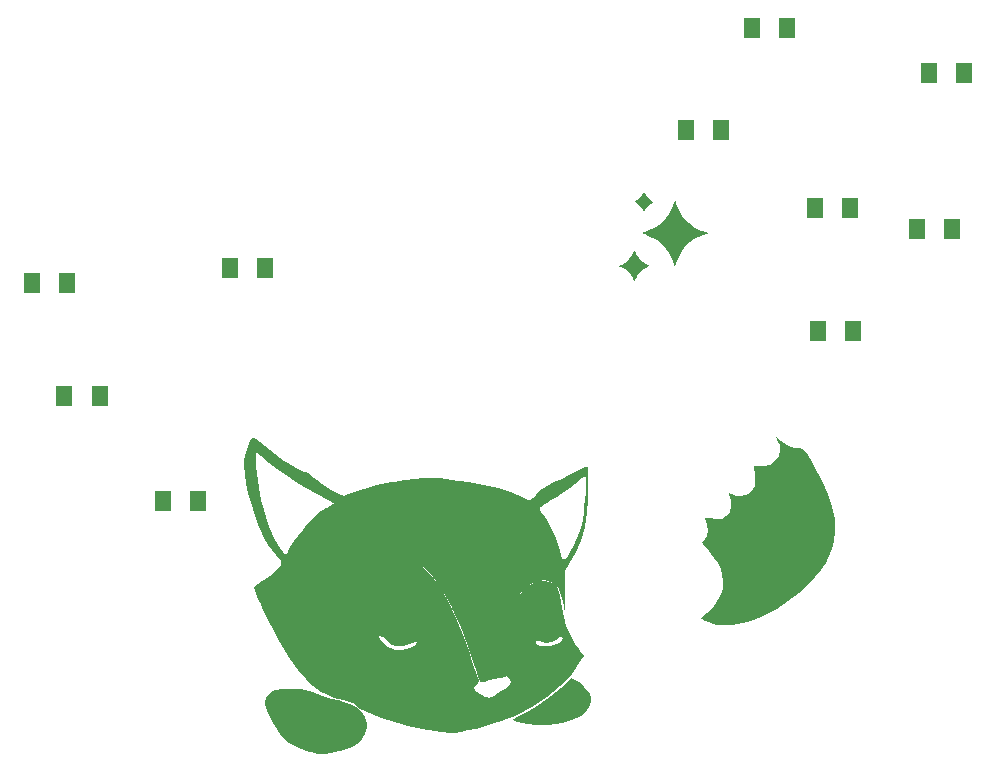
<source format=gbr>
%TF.GenerationSoftware,KiCad,Pcbnew,(6.0.4)*%
%TF.CreationDate,2022-06-03T16:22:06-07:00*%
%TF.ProjectId,Foxy_Pride,466f7879-5f50-4726-9964-652e6b696361,rev?*%
%TF.SameCoordinates,Original*%
%TF.FileFunction,Soldermask,Top*%
%TF.FilePolarity,Negative*%
%FSLAX46Y46*%
G04 Gerber Fmt 4.6, Leading zero omitted, Abs format (unit mm)*
G04 Created by KiCad (PCBNEW (6.0.4)) date 2022-06-03 16:22:06*
%MOMM*%
%LPD*%
G01*
G04 APERTURE LIST*
G04 Aperture macros list*
%AMRoundRect*
0 Rectangle with rounded corners*
0 $1 Rounding radius*
0 $2 $3 $4 $5 $6 $7 $8 $9 X,Y pos of 4 corners*
0 Add a 4 corners polygon primitive as box body*
4,1,4,$2,$3,$4,$5,$6,$7,$8,$9,$2,$3,0*
0 Add four circle primitives for the rounded corners*
1,1,$1+$1,$2,$3*
1,1,$1+$1,$4,$5*
1,1,$1+$1,$6,$7*
1,1,$1+$1,$8,$9*
0 Add four rect primitives between the rounded corners*
20,1,$1+$1,$2,$3,$4,$5,0*
20,1,$1+$1,$4,$5,$6,$7,0*
20,1,$1+$1,$6,$7,$8,$9,0*
20,1,$1+$1,$8,$9,$2,$3,0*%
G04 Aperture macros list end*
%ADD10RoundRect,0.250001X-0.462499X-0.624999X0.462499X-0.624999X0.462499X0.624999X-0.462499X0.624999X0*%
%ADD11C,0.750000*%
G04 APERTURE END LIST*
%TO.C,G\u002A\u002A\u002A*%
G36*
X71976692Y-89047180D02*
G01*
X72203300Y-88406559D01*
X72418464Y-87875735D01*
X72610164Y-87482845D01*
X72717350Y-87313620D01*
X73102468Y-86926531D01*
X73578828Y-86637059D01*
X74102502Y-86457023D01*
X74629562Y-86398240D01*
X75116082Y-86472528D01*
X75386287Y-86595610D01*
X75502041Y-86673553D01*
X75599868Y-86764412D01*
X75686255Y-86888979D01*
X75767691Y-87068048D01*
X75850664Y-87322412D01*
X75941663Y-87672866D01*
X76047177Y-88140201D01*
X76173693Y-88745212D01*
X76327701Y-89508693D01*
X76385287Y-89797080D01*
X76507237Y-90213789D01*
X76713324Y-90722376D01*
X76973847Y-91263156D01*
X77259104Y-91776445D01*
X77539394Y-92202558D01*
X77655280Y-92349137D01*
X78000753Y-92752169D01*
X77784951Y-93107346D01*
X76973678Y-94262328D01*
X76007762Y-95310766D01*
X74886239Y-96253414D01*
X73608142Y-97091028D01*
X72172505Y-97824361D01*
X71257792Y-98205874D01*
X70746352Y-98386152D01*
X70144477Y-98570676D01*
X69489332Y-98750793D01*
X68818081Y-98917850D01*
X68167891Y-99063195D01*
X67575926Y-99178175D01*
X67079352Y-99254137D01*
X66715333Y-99282428D01*
X66641681Y-99280595D01*
X66478003Y-99264364D01*
X66175905Y-99229285D01*
X65784899Y-99181230D01*
X65516324Y-99147082D01*
X64761565Y-99029445D01*
X63946216Y-98866614D01*
X63100322Y-98667682D01*
X62253925Y-98441739D01*
X61437072Y-98197878D01*
X60679807Y-97945189D01*
X60012173Y-97692765D01*
X59464216Y-97449697D01*
X59065979Y-97225077D01*
X58994042Y-97173411D01*
X58573572Y-96869585D01*
X58229481Y-96670601D01*
X57904263Y-96547121D01*
X57652829Y-96489111D01*
X57186983Y-96376481D01*
X56670116Y-96210831D01*
X56173031Y-96018042D01*
X55766532Y-95823995D01*
X55657420Y-95759718D01*
X55049182Y-95302027D01*
X54429673Y-94694069D01*
X53793759Y-93929014D01*
X53136306Y-93000036D01*
X52452180Y-91900308D01*
X52042090Y-91168661D01*
X60641552Y-91168661D01*
X60711628Y-91312688D01*
X60892202Y-91523290D01*
X61138795Y-91757905D01*
X61406926Y-91973965D01*
X61636701Y-92120977D01*
X62019817Y-92240325D01*
X62486291Y-92269744D01*
X62953328Y-92210532D01*
X63281705Y-92095196D01*
X63623688Y-91890732D01*
X63802473Y-91724845D01*
X63823719Y-91617616D01*
X63693087Y-91589129D01*
X63416239Y-91659464D01*
X63186018Y-91755722D01*
X62652703Y-91942327D01*
X62183245Y-91962265D01*
X61746642Y-91809552D01*
X61311895Y-91478208D01*
X61206661Y-91373788D01*
X60952144Y-91147937D01*
X60761451Y-91051952D01*
X60655825Y-91093546D01*
X60641552Y-91168661D01*
X52042090Y-91168661D01*
X51736246Y-90623000D01*
X51594541Y-90356530D01*
X51360434Y-89901963D01*
X51111980Y-89401016D01*
X50862363Y-88882473D01*
X50624770Y-88375118D01*
X50412385Y-87907735D01*
X50238394Y-87509109D01*
X50115983Y-87208024D01*
X50058335Y-87033265D01*
X50058004Y-87002165D01*
X50155375Y-87015349D01*
X50378504Y-87079365D01*
X50623308Y-87161110D01*
X51131212Y-87300596D01*
X51656049Y-87360126D01*
X52218085Y-87335045D01*
X52837583Y-87220696D01*
X53534806Y-87012425D01*
X54330018Y-86705575D01*
X55243482Y-86295492D01*
X56002814Y-85925172D01*
X56602278Y-85628428D01*
X57190135Y-85343363D01*
X57729702Y-85087325D01*
X58184297Y-84877660D01*
X58517235Y-84731715D01*
X58585290Y-84703985D01*
X59707732Y-84321386D01*
X60734345Y-84100901D01*
X61667307Y-84042397D01*
X62508796Y-84145741D01*
X63260990Y-84410797D01*
X63270725Y-84415571D01*
X63955100Y-84846666D01*
X64633814Y-85459851D01*
X65302326Y-86247665D01*
X65956096Y-87202649D01*
X66590583Y-88317343D01*
X67201244Y-89584287D01*
X67783539Y-90996022D01*
X68332926Y-92545088D01*
X68460896Y-92941254D01*
X68634044Y-93480648D01*
X68793434Y-93964967D01*
X68928186Y-94362096D01*
X69027417Y-94639922D01*
X69077987Y-94762548D01*
X69105943Y-94917289D01*
X68995732Y-95095385D01*
X68933301Y-95161038D01*
X68774983Y-95342980D01*
X68698746Y-95477016D01*
X68697522Y-95487476D01*
X68772806Y-95618995D01*
X68965603Y-95800998D01*
X69226327Y-95994477D01*
X69505394Y-96160423D01*
X69622635Y-96215259D01*
X69801224Y-96281529D01*
X69950158Y-96295862D01*
X70123638Y-96246631D01*
X70375864Y-96122209D01*
X70582649Y-96009328D01*
X71145301Y-95679794D01*
X71537024Y-95401000D01*
X71765924Y-95161427D01*
X71840106Y-94949553D01*
X71767678Y-94753857D01*
X71585846Y-94583501D01*
X71346557Y-94409191D01*
X71478916Y-91506506D01*
X73916149Y-91506506D01*
X73941431Y-91653824D01*
X74094507Y-91812169D01*
X74378275Y-91918011D01*
X74739509Y-91964717D01*
X75124982Y-91945652D01*
X75481468Y-91854185D01*
X75497284Y-91847714D01*
X75862890Y-91657553D01*
X76102130Y-91453970D01*
X76184835Y-91267983D01*
X76131698Y-91153860D01*
X75969147Y-91184865D01*
X75692475Y-91362056D01*
X75661636Y-91385346D01*
X75261589Y-91578922D01*
X74786910Y-91632618D01*
X74297014Y-91540577D01*
X74252475Y-91524282D01*
X74012938Y-91458636D01*
X73916149Y-91506506D01*
X71478916Y-91506506D01*
X71529823Y-90390091D01*
X71976692Y-89047180D01*
G37*
G36*
X85769613Y-54235362D02*
G01*
X85769965Y-54241843D01*
X85823166Y-54474207D01*
X85954144Y-54806347D01*
X86135092Y-55179763D01*
X86338200Y-55535954D01*
X86492819Y-55762489D01*
X86869314Y-56143794D01*
X87370825Y-56492353D01*
X87932395Y-56764950D01*
X88078420Y-56817451D01*
X88556232Y-56976154D01*
X88089305Y-57140589D01*
X87341030Y-57479065D01*
X86743691Y-57922236D01*
X86278627Y-58488557D01*
X85927181Y-59196483D01*
X85879487Y-59326278D01*
X85711994Y-59801892D01*
X85551769Y-59305014D01*
X85234202Y-58621287D01*
X84760814Y-58020982D01*
X84156889Y-57529205D01*
X83447710Y-57171058D01*
X83376496Y-57145148D01*
X82896622Y-56976154D01*
X83372751Y-56818010D01*
X84089478Y-56482963D01*
X84700356Y-55994022D01*
X85194386Y-55362227D01*
X85546818Y-54636115D01*
X85654901Y-54372395D01*
X85734579Y-54229247D01*
X85769613Y-54235362D01*
G37*
G36*
X94702319Y-74586668D02*
G01*
X95164315Y-74901656D01*
X95530942Y-75097193D01*
X95840512Y-75189212D01*
X96131339Y-75193647D01*
X96154784Y-75190717D01*
X96322979Y-75179162D01*
X96468474Y-75208425D01*
X96610472Y-75299582D01*
X96768173Y-75473707D01*
X96960778Y-75751873D01*
X97207488Y-76155154D01*
X97516044Y-76684754D01*
X98181091Y-77932003D01*
X98684946Y-79092406D01*
X99030171Y-80175994D01*
X99219325Y-81192796D01*
X99254970Y-82152843D01*
X99142234Y-83054020D01*
X98969962Y-83736663D01*
X98746478Y-84344015D01*
X98449485Y-84914140D01*
X98056689Y-85485102D01*
X97545793Y-86094965D01*
X97054241Y-86618783D01*
X96200990Y-87419865D01*
X95286150Y-88138810D01*
X94331703Y-88765809D01*
X93359629Y-89291049D01*
X92391912Y-89704721D01*
X91450532Y-89997014D01*
X90557470Y-90158116D01*
X89734709Y-90178218D01*
X89235694Y-90108348D01*
X88908240Y-90020393D01*
X88567737Y-89903303D01*
X88256806Y-89775524D01*
X88018068Y-89655501D01*
X87894145Y-89561679D01*
X87891558Y-89526650D01*
X87986988Y-89452023D01*
X88188594Y-89304161D01*
X88379208Y-89167481D01*
X88846919Y-88772114D01*
X89219847Y-88301803D01*
X89542857Y-87699655D01*
X89551087Y-87681522D01*
X89675677Y-87372929D01*
X89742394Y-87093078D01*
X89763376Y-86765349D01*
X89754546Y-86397253D01*
X89701612Y-85875337D01*
X89577927Y-85402555D01*
X89364239Y-84937421D01*
X89041293Y-84438452D01*
X88589836Y-83864163D01*
X88565308Y-83834832D01*
X88310273Y-83525693D01*
X88112852Y-83277108D01*
X87997395Y-83120313D01*
X87978372Y-83081908D01*
X88276271Y-82874945D01*
X88440966Y-82597005D01*
X88480167Y-82220890D01*
X88401582Y-81719407D01*
X88384522Y-81649190D01*
X88315366Y-81348952D01*
X88276934Y-81133197D01*
X88275818Y-81056247D01*
X88378483Y-81058713D01*
X88589942Y-81105844D01*
X88633598Y-81118002D01*
X89197523Y-81204720D01*
X89677458Y-81132877D01*
X90057998Y-80921381D01*
X90323735Y-80589141D01*
X90459263Y-80155068D01*
X90449175Y-79638070D01*
X90289816Y-79085225D01*
X90254317Y-78975130D01*
X90304646Y-78962609D01*
X90478704Y-79044305D01*
X90518750Y-79064956D01*
X90881101Y-79185602D01*
X91292336Y-79224397D01*
X91673524Y-79180023D01*
X91897522Y-79087946D01*
X92097170Y-78907985D01*
X92300449Y-78653308D01*
X92337762Y-78595846D01*
X92455125Y-78371205D01*
X92511033Y-78141689D01*
X92517886Y-77835003D01*
X92505831Y-77615895D01*
X92472817Y-77262459D01*
X92429452Y-76968355D01*
X92388911Y-76808761D01*
X92362772Y-76703702D01*
X92437677Y-76670236D01*
X92653891Y-76693539D01*
X92687473Y-76698842D01*
X93218051Y-76703732D01*
X93713952Y-76561730D01*
X94132482Y-76293850D01*
X94430946Y-75921105D01*
X94480883Y-75816193D01*
X94606885Y-75361406D01*
X94570109Y-74940733D01*
X94440709Y-74619092D01*
X94260234Y-74265101D01*
X94702319Y-74586668D01*
G37*
G36*
X49467433Y-75255800D02*
G01*
X49624041Y-74790375D01*
X49749928Y-74477185D01*
X49875467Y-74310327D01*
X50031033Y-74283895D01*
X50247000Y-74391987D01*
X50553742Y-74628699D01*
X50955887Y-74966485D01*
X51393122Y-75324499D01*
X51851409Y-75683518D01*
X52275231Y-76000931D01*
X52598291Y-76227050D01*
X52971877Y-76459929D01*
X53380901Y-76693695D01*
X53783994Y-76907122D01*
X54139790Y-77078988D01*
X54406922Y-77188070D01*
X54525741Y-77215925D01*
X54634432Y-77273571D01*
X54853911Y-77429694D01*
X55150319Y-77659173D01*
X55429486Y-77886503D01*
X55847899Y-78211565D01*
X56304835Y-78530127D01*
X56729759Y-78794380D01*
X56921616Y-78897932D01*
X57265755Y-79065493D01*
X57495715Y-79157557D01*
X57667224Y-79184249D01*
X57836011Y-79155696D01*
X58015624Y-79096715D01*
X58784198Y-78831556D01*
X59411862Y-78622318D01*
X59936096Y-78458778D01*
X60394383Y-78330709D01*
X60824206Y-78227887D01*
X61263046Y-78140087D01*
X61748386Y-78057083D01*
X61935440Y-78027388D01*
X62873731Y-77889134D01*
X63674022Y-77793412D01*
X64383302Y-77738277D01*
X65048562Y-77721786D01*
X65716792Y-77741995D01*
X66434983Y-77796961D01*
X66747775Y-77828349D01*
X68193775Y-78017782D01*
X69541816Y-78267987D01*
X70769729Y-78573464D01*
X71855346Y-78928711D01*
X72762104Y-79320978D01*
X73052236Y-79462322D01*
X73271412Y-79561060D01*
X73365923Y-79594277D01*
X73456335Y-79532690D01*
X73649077Y-79367595D01*
X73910433Y-79128491D01*
X74058336Y-78988460D01*
X74455738Y-78636360D01*
X74848305Y-78360711D01*
X75311590Y-78112007D01*
X75594966Y-77981576D01*
X76111927Y-77744256D01*
X76691826Y-77465888D01*
X77231354Y-77196356D01*
X77372506Y-77123310D01*
X77779616Y-76916658D01*
X78049965Y-76797558D01*
X78210589Y-76756765D01*
X78288526Y-76785033D01*
X78300034Y-76806139D01*
X78326131Y-76975087D01*
X78343184Y-77296636D01*
X78351627Y-77733361D01*
X78351894Y-78247839D01*
X78344420Y-78802645D01*
X78329641Y-79360353D01*
X78307990Y-79883540D01*
X78279902Y-80334781D01*
X78256046Y-80593154D01*
X78047554Y-81881703D01*
X77720253Y-83046858D01*
X77262658Y-84122325D01*
X76752166Y-85007346D01*
X76356492Y-85616296D01*
X76402119Y-87433189D01*
X76416925Y-88069987D01*
X76422330Y-88521304D01*
X76414894Y-88791825D01*
X76391180Y-88886239D01*
X76347747Y-88809232D01*
X76281157Y-88565490D01*
X76187970Y-88159701D01*
X76114531Y-87825128D01*
X76005165Y-87390084D01*
X75889366Y-87092701D01*
X75744605Y-86881058D01*
X75673507Y-86808742D01*
X75220480Y-86503701D01*
X74709303Y-86379121D01*
X74142586Y-86435167D01*
X73522940Y-86671999D01*
X73518003Y-86674508D01*
X73232613Y-86836004D01*
X72994819Y-87017638D01*
X72789577Y-87244979D01*
X72601844Y-87543598D01*
X72416575Y-87939064D01*
X72218725Y-88456945D01*
X71993251Y-89122811D01*
X71890668Y-89440345D01*
X71720721Y-90106873D01*
X71581470Y-90940125D01*
X71475466Y-91918654D01*
X71405258Y-93021016D01*
X71381649Y-93721244D01*
X71361633Y-94577423D01*
X70790847Y-94642391D01*
X70391777Y-94705990D01*
X69994664Y-94797695D01*
X69803792Y-94856436D01*
X69503132Y-94959497D01*
X69330297Y-94989502D01*
X69234053Y-94937726D01*
X69163168Y-94795442D01*
X69143094Y-94743903D01*
X69068271Y-94533834D01*
X68957185Y-94202404D01*
X68829941Y-93809972D01*
X68786665Y-93673678D01*
X68547088Y-92940963D01*
X68288091Y-92194539D01*
X68020979Y-91463257D01*
X67757057Y-90775973D01*
X67507631Y-90161537D01*
X67284007Y-89648805D01*
X67097491Y-89266629D01*
X66986807Y-89080236D01*
X66877105Y-88881552D01*
X66842907Y-88756178D01*
X66794103Y-88616905D01*
X66661948Y-88355002D01*
X66467819Y-88006683D01*
X66233099Y-87608161D01*
X65979167Y-87195647D01*
X65727404Y-86805356D01*
X65499189Y-86473499D01*
X65477607Y-86443715D01*
X64940124Y-85785162D01*
X64349814Y-85198638D01*
X63748100Y-84721763D01*
X63263964Y-84433352D01*
X62971939Y-84294494D01*
X62733994Y-84202930D01*
X62496628Y-84148860D01*
X62206340Y-84122484D01*
X61809627Y-84114004D01*
X61517237Y-84113421D01*
X61003076Y-84119401D01*
X60607563Y-84144223D01*
X60259244Y-84198898D01*
X59886666Y-84294431D01*
X59447599Y-84432263D01*
X59088671Y-84564290D01*
X58596374Y-84766501D01*
X58006950Y-85022876D01*
X57356644Y-85317397D01*
X56681700Y-85634046D01*
X56190257Y-85871931D01*
X55299698Y-86302948D01*
X54551239Y-86648947D01*
X53920888Y-86917710D01*
X53384651Y-87117020D01*
X52918533Y-87254660D01*
X52498542Y-87338413D01*
X52100683Y-87376062D01*
X51700962Y-87375390D01*
X51575624Y-87368787D01*
X51146031Y-87322298D01*
X50742918Y-87244416D01*
X50402996Y-87146632D01*
X50162973Y-87040436D01*
X50059558Y-86937317D01*
X50066463Y-86896407D01*
X50166673Y-86808078D01*
X50389660Y-86645613D01*
X50697178Y-86436228D01*
X50896201Y-86305946D01*
X51378437Y-85968188D01*
X51793551Y-85626476D01*
X52116117Y-85305775D01*
X52320712Y-85031051D01*
X52382981Y-84846020D01*
X52318321Y-84693797D01*
X52150005Y-84467804D01*
X51948742Y-84251725D01*
X51573609Y-83836549D01*
X51230869Y-83346085D01*
X50900941Y-82747189D01*
X50564242Y-82006718D01*
X50431183Y-81683152D01*
X49936038Y-80320029D01*
X49565214Y-78988783D01*
X49383714Y-78125990D01*
X49263887Y-77357717D01*
X49220601Y-76711689D01*
X49255391Y-76135300D01*
X49315829Y-75839790D01*
X50190011Y-75839790D01*
X50201315Y-76216557D01*
X50236337Y-76693854D01*
X50291975Y-77242735D01*
X50365124Y-77834253D01*
X50452681Y-78439460D01*
X50551542Y-79029409D01*
X50658603Y-79575152D01*
X50713874Y-79820861D01*
X51035785Y-81005785D01*
X51411051Y-82047288D01*
X51857059Y-82988782D01*
X52252114Y-83661131D01*
X52481029Y-83981163D01*
X52658668Y-84129574D01*
X52802226Y-84112258D01*
X52928895Y-83935111D01*
X52945780Y-83898959D01*
X53142013Y-83533124D01*
X53434103Y-83075184D01*
X53787705Y-82571771D01*
X54168476Y-82069516D01*
X54542074Y-81615052D01*
X54874154Y-81255010D01*
X54939319Y-81192081D01*
X55322137Y-80861068D01*
X55754463Y-80529811D01*
X56120193Y-80283514D01*
X74244575Y-80283514D01*
X74305456Y-80446935D01*
X74482888Y-80713908D01*
X74489862Y-80723485D01*
X74842852Y-81266748D01*
X75189656Y-81906273D01*
X75506807Y-82588881D01*
X75770838Y-83261391D01*
X75958282Y-83870624D01*
X76028249Y-84209603D01*
X76108896Y-84512290D01*
X76233984Y-84633474D01*
X76405163Y-84572679D01*
X76624080Y-84329426D01*
X76853897Y-83970307D01*
X77151814Y-83402197D01*
X77430819Y-82770535D01*
X77660130Y-82150573D01*
X77800638Y-81655715D01*
X77884957Y-81217403D01*
X77962939Y-80695930D01*
X78032109Y-80124394D01*
X78089989Y-79535893D01*
X78134103Y-78963527D01*
X78161973Y-78440395D01*
X78171124Y-77999594D01*
X78159077Y-77674224D01*
X78123356Y-77497385D01*
X78112930Y-77482528D01*
X78027027Y-77520688D01*
X77842477Y-77666458D01*
X77593892Y-77891652D01*
X77503086Y-77979198D01*
X77215643Y-78229548D01*
X76810759Y-78540858D01*
X76335641Y-78878742D01*
X75837495Y-79208814D01*
X75674822Y-79310951D01*
X75230400Y-79586956D01*
X74838234Y-79832866D01*
X74529269Y-80029095D01*
X74334453Y-80156055D01*
X74287193Y-80189244D01*
X74244575Y-80283514D01*
X56120193Y-80283514D01*
X56153442Y-80261123D01*
X56218086Y-80222650D01*
X56515808Y-80045565D01*
X56732637Y-79907369D01*
X56830805Y-79832416D01*
X56832452Y-79826481D01*
X56744004Y-79775572D01*
X56515846Y-79651120D01*
X56176484Y-79468490D01*
X55754422Y-79243042D01*
X55427176Y-79069115D01*
X54506483Y-78559014D01*
X53602850Y-78017510D01*
X52750278Y-77467113D01*
X51982769Y-76930337D01*
X51334323Y-76429692D01*
X50988241Y-76130135D01*
X50691939Y-75862613D01*
X50448453Y-75652050D01*
X50290798Y-75526498D01*
X50250975Y-75503641D01*
X50205530Y-75592503D01*
X50190011Y-75839790D01*
X49315829Y-75839790D01*
X49369791Y-75575941D01*
X49467433Y-75255800D01*
G37*
G36*
X83241588Y-53762093D02*
G01*
X83440408Y-53987608D01*
X83696867Y-54190281D01*
X83710060Y-54198463D01*
X83876466Y-54319666D01*
X83887708Y-54380228D01*
X83857573Y-54384184D01*
X83660140Y-54467182D01*
X83404623Y-54701798D01*
X83160637Y-55002892D01*
X83057103Y-55120108D01*
X83020172Y-55079204D01*
X83018217Y-55044472D01*
X82945773Y-54881545D01*
X82772469Y-54674557D01*
X82556956Y-54483154D01*
X82357885Y-54366985D01*
X82349274Y-54364177D01*
X82306379Y-54304858D01*
X82438584Y-54201542D01*
X82513341Y-54160851D01*
X82761508Y-53982107D01*
X82942795Y-53767069D01*
X82948614Y-53756356D01*
X83077123Y-53511088D01*
X83241588Y-53762093D01*
G37*
G36*
X53096465Y-95532460D02*
G01*
X53494337Y-95536728D01*
X53816693Y-95552231D01*
X54108586Y-95587832D01*
X54415067Y-95652394D01*
X54781188Y-95754778D01*
X55252001Y-95903848D01*
X55650138Y-96034815D01*
X56191493Y-96210783D01*
X56704633Y-96371914D01*
X57147269Y-96505341D01*
X57477115Y-96598193D01*
X57602304Y-96628865D01*
X58185300Y-96822289D01*
X58718850Y-97126805D01*
X59167772Y-97512232D01*
X59496881Y-97948390D01*
X59670615Y-98403074D01*
X59668249Y-98881583D01*
X59501583Y-99368788D01*
X59191814Y-99831088D01*
X58760143Y-100234878D01*
X58357034Y-100485283D01*
X57688033Y-100752164D01*
X56924370Y-100939510D01*
X56139108Y-101035419D01*
X55405311Y-101027991D01*
X55189348Y-101001223D01*
X54438422Y-100815352D01*
X53705946Y-100511567D01*
X53049531Y-100118396D01*
X52558772Y-99698530D01*
X52298341Y-99376634D01*
X52000544Y-98933170D01*
X51697151Y-98423828D01*
X51419934Y-97904299D01*
X51200662Y-97430272D01*
X51088179Y-97120769D01*
X51008105Y-96817259D01*
X50991874Y-96612268D01*
X51042073Y-96424185D01*
X51115334Y-96264589D01*
X51302825Y-95974062D01*
X51556780Y-95766329D01*
X51906281Y-95630645D01*
X52380409Y-95556260D01*
X53008245Y-95532429D01*
X53096465Y-95532460D01*
G37*
G36*
X77280456Y-94801543D02*
G01*
X77565152Y-94980317D01*
X77883731Y-95228373D01*
X78043388Y-95372815D01*
X78405348Y-95818033D01*
X78587716Y-96263219D01*
X78600881Y-96697996D01*
X78455229Y-97111991D01*
X78161151Y-97494826D01*
X77729034Y-97836127D01*
X77169266Y-98125518D01*
X76492237Y-98352623D01*
X75708335Y-98507067D01*
X74833918Y-98578302D01*
X74340315Y-98583888D01*
X73864637Y-98573888D01*
X73469519Y-98550417D01*
X73264255Y-98525338D01*
X72809007Y-98433637D01*
X72421100Y-98336009D01*
X72136521Y-98243133D01*
X71991255Y-98165690D01*
X71979985Y-98144191D01*
X72060180Y-98071561D01*
X72267508Y-97957513D01*
X72479423Y-97860560D01*
X73377580Y-97416618D01*
X74309190Y-96845166D01*
X75216683Y-96185768D01*
X76042490Y-95477992D01*
X76277781Y-95250064D01*
X76913030Y-94614096D01*
X77280456Y-94801543D01*
G37*
G36*
X82445956Y-58740372D02*
G01*
X82687028Y-59103909D01*
X83037739Y-59430269D01*
X83420584Y-59647980D01*
X83436483Y-59653778D01*
X83524022Y-59705146D01*
X83481491Y-59772902D01*
X83288209Y-59882763D01*
X83228203Y-59912764D01*
X82935819Y-60072632D01*
X82740017Y-60237102D01*
X82580502Y-60468957D01*
X82448485Y-60724683D01*
X82269239Y-61091281D01*
X82160223Y-60805888D01*
X81886833Y-60350700D01*
X81460839Y-59999850D01*
X81271591Y-59901499D01*
X80907391Y-59735692D01*
X81181412Y-59640168D01*
X81491683Y-59465090D01*
X81810147Y-59182497D01*
X82069622Y-58859571D01*
X82182431Y-58639149D01*
X82277955Y-58365129D01*
X82445956Y-58740372D01*
G37*
%TD*%
D10*
%TO.C,D9*%
X48042500Y-59944000D03*
X51017500Y-59944000D03*
%TD*%
%TO.C,D6*%
X97826500Y-65278000D03*
X100801500Y-65278000D03*
%TD*%
%TO.C,D3*%
X106208500Y-56642000D03*
X109183500Y-56642000D03*
%TD*%
%TO.C,D8*%
X34008000Y-70739000D03*
X36983000Y-70739000D03*
%TD*%
%TO.C,D5*%
X86650500Y-48260000D03*
X89625500Y-48260000D03*
%TD*%
%TO.C,D2*%
X92238500Y-39624000D03*
X95213500Y-39624000D03*
%TD*%
%TO.C,D4*%
X97572500Y-54864000D03*
X100547500Y-54864000D03*
%TD*%
%TO.C,D7*%
X31278500Y-61214000D03*
X34253500Y-61214000D03*
%TD*%
%TO.C,D1*%
X107224500Y-43434000D03*
X110199500Y-43434000D03*
%TD*%
%TO.C,D10*%
X42327500Y-79629000D03*
X45302500Y-79629000D03*
%TD*%
D11*
%TO.C,S1*%
X95855208Y-86557356D03*
X93397752Y-88278085D03*
%TD*%
M02*

</source>
